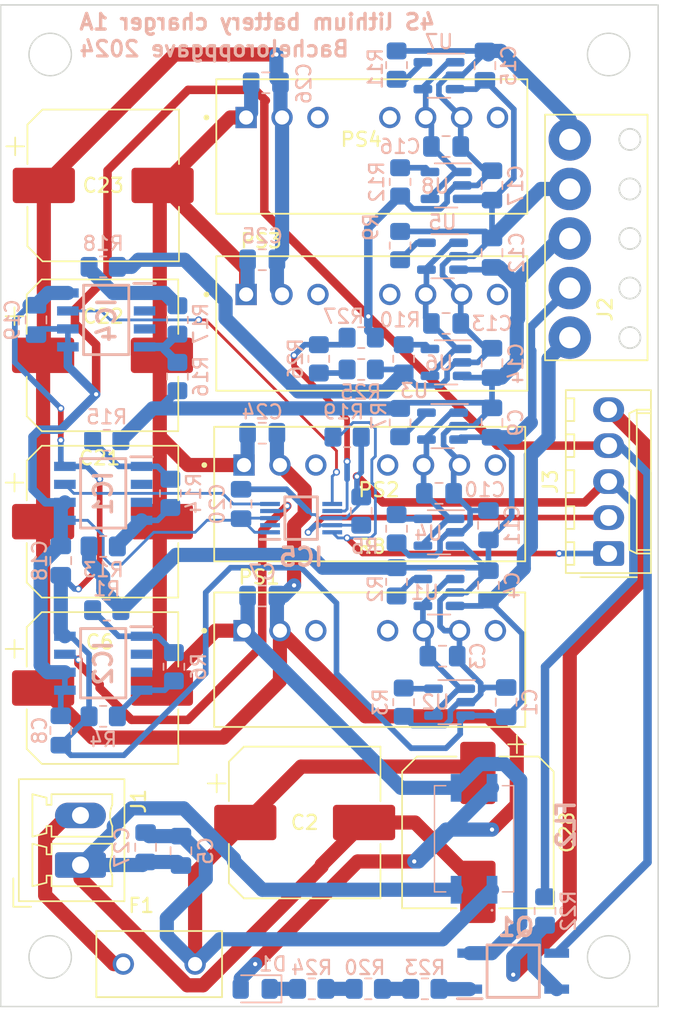
<source format=kicad_pcb>
(kicad_pcb (version 20221018) (generator pcbnew)
  (layers (0 "F.Cu" signal) (31 "B.Cu" signal) (34 "B.Paste" user) (35 "F.Paste" user) (36 "B.SilkS" user "B.Silkscreen") (37 "F.SilkS" user "F.Silkscreen") (38 "B.Mask" user) (39 "F.Mask" user) (44 "Edge.Cuts" user))
  (net 0 "")
  (net 1 "Net-(IC1-+VS)")
  (net 2 "Net-(J2-Pin_2)")
  (net 3 "Net-(C2-Pad1)")
  (net 4 "GND2")
  (net 5 "Net-(PS1-+VO)")
  (net 6 "Net-(D1-A)")
  (net 7 "Net-(PS1-GND)")
  (net 8 "GND")
  (net 9 "Net-(J2-Pin_3)")
  (net 10 "Net-(PS2-+VO)")
  (net 11 "Net-(J2-Pin_4)")
  (net 12 "Net-(PS3-+VO)")
  (net 13 "Net-(PS4-+VO)")
  (net 14 "Net-(IC5-VDD)")
  (net 15 "+24V")
  (net 16 "Net-(IC1--IN)")
  (net 19 "Net-(IC1-+IN)")
  (net 20 "Net-(IC1-VOUT)")
  (net 21 "Net-(IC2--IN)")
  (net 24 "Net-(IC2-+IN)")
  (net 25 "Net-(IC2-VOUT)")
  (net 26 "Net-(IC4--IN)")
  (net 29 "Net-(IC4-+IN)")
  (net 30 "Net-(IC4-VOUT)")
  (net 32 "Net-(IC5-AIN3)")
  (net 33 "Net-(IC5-SDA)")
  (net 34 "Net-(IC5-SCL)")
  (net 35 "Net-(Q1-ANODE)")
  (net 36 "Net-(J3-Pin_5)")
  (net 37 "Net-(U1-PROG)")
  (net 38 "Net-(U2-PROG)")
  (net 39 "Net-(U3-PROG)")
  (net 40 "Net-(U4-PROG)")
  (net 41 "Net-(U5-PROG)")
  (net 42 "Net-(U6-PROG)")
  (net 43 "Net-(U7-PROG)")
  (net 44 "Net-(U8-PROG)")
  (net 45 "Net-(R20-Pad1)")
  (net 46 "Net-(R20-Pad2)")
  (net 47 "Net-(D1-K)")
  (net 48 "Net-(R25-Pad2)")
  (footprint "Library:CONV_URB2405S-6WR3" (layer "F.Cu") (at 147.35 81.5)
    (fp_text reference "PS1")
    (fp_text value "URB2405S-6WR3")
  )
  (footprint "Library:FUSE_BK_PCE-5-R" (layer "F.Cu") (at 132.46 103)
    (fp_text reference "F1")
    (fp_text value "Fuse")
  )
  (footprint "Capacitor_SMD:CP_Elec_10x14.3" (layer "F.Cu") (at 128.45 71.75)
    (fp_text reference "C21")
    (fp_text value "330uFE")
  )
  (footprint "Library:CONV_URB2405S-6WR3" (layer "F.Cu") (at 147.5 57.75)
    (fp_text reference "PS3")
    (fp_text value "URB2405S-6WR3")
  )
  (footprint "Capacitor_SMD:CP_Elec_10x14.3" (layer "F.Cu") (at 155 93.7 -90)
    (fp_text reference "C28")
    (fp_text value "330uFE")
  )
  (footprint "Library:wire hole 6mm 5stk" (layer "F.Cu") (at 161.5 58.75)
    (fp_text reference "J2")
    (fp_text value "Batteri plug")
    (fp_circle (center 4.25 -14) (end 4.25 -14.75) (stroke (width 0.12)) (fill none) (layer "Edge.Cuts"))
    (fp_circle (center 4.25 -10.5) (end 4.25 -11.25) (stroke (width 0.12)) (fill none) (layer "Edge.Cuts"))
    (fp_circle (center 4.25 -7) (end 4.25 -7.75) (stroke (width 0.12)) (fill none) (layer "Edge.Cuts"))
    (fp_circle (center 4.25 -3.5) (end 4.25 -4.25) (stroke (width 0.12)) (fill none) (layer "Edge.Cuts"))
    (fp_circle (center 4.25 0) (end 4.25 -0.75) (stroke (width 0.12)) (fill none) (layer "Edge.Cuts"))
  )
  (footprint "Capacitor_SMD:CP_Elec_10x14.3" (layer "F.Cu") (at 128.45 83.5)
    (fp_text reference "C6")
    (fp_text value "330uFE")
  )
  (footprint "Capacitor_SMD:CP_Elec_10x14.3" (layer "F.Cu") (at 128.5 48)
    (fp_text reference "C23")
    (fp_text value "330uFE")
  )
  (footprint "Capacitor_SMD:CP_Elec_10x14.3" (layer "F.Cu") (at 128.45 60)
    (fp_text reference "C22")
    (fp_text value "330uFE")
  )
  (footprint "Capacitor_SMD:CP_Elec_10x14.3" (layer "F.Cu") (at 142.75 93)
    (fp_text reference "C2")
    (fp_text value "330uFE")
  )
  (footprint "Connector_Molex:Molex_KK-254_AE-6410-05A_1x05_P2.54mm_Vertical" (layer "F.Cu") (at 164.25 74 90)
    (fp_text reference "J3")
    (fp_text value "PI5")
  )
  (footprint "Library:CONV_URB2405S-6WR3" (layer "F.Cu") (at 147.5 45.25)
    (fp_text reference "PS4")
    (fp_text value "URB2405S-6WR3")
  )
  (footprint "Library:CONV_URB2405S-6WR3" (layer "F.Cu") (at 147.35 69.8)
    (fp_text reference "PS2")
    (fp_text value "URB2405S-6WR3")
  )
  (footprint "Connector_Phoenix_MC:PhoenixContact_MCV_1,5_2-G-3.5_1x02_P3.50mm_Vertical" (layer "F.Cu") (at 126.8925 96 90)
    (fp_text reference "J1")
    (fp_text value "Conn_01x02")
  )
  (footprint "Capacitor_SMD:C_0805_2012Metric_Pad1.18x1.45mm_HandSolder" (layer "B.Cu") (at 155.75 72 90)
    (fp_text reference "C11")
    (fp_text value "1uC")
  )
  (footprint "Package_TO_SOT_SMD:SOT-23-5" (layer "B.Cu") (at 152.5 65 180)
    (fp_text reference "U3")
    (fp_text value "MCP73812T-420I-OT")
  )
  (footprint "Capacitor_SMD:C_0805_2012Metric_Pad1.18x1.45mm_HandSolder" (layer "B.Cu") (at 155.5 39.5375 90)
    (fp_text reference "C15")
    (fp_text value "1uC")
  )
  (footprint "Capacitor_SMD:C_0805_2012Metric_Pad1.18x1.45mm_HandSolder" (layer "B.Cu") (at 139.75 65.5 180)
    (fp_text reference "C24")
    (fp_text value "10uC")
  )
  (footprint "Resistor_SMD:R_0805_2012Metric_Pad1.20x1.40mm_HandSolder" (layer "B.Cu") (at 128.75 78 180)
    (fp_text reference "R1")
    (fp_text value "1kR")
  )
  (footprint "Resistor_SMD:R_0805_2012Metric_Pad1.20x1.40mm_HandSolder" (layer "B.Cu") (at 145.75 65.75 180)
    (fp_text reference "R19")
    (fp_text value "10kR")
  )
  (footprint "Capacitor_SMD:C_0805_2012Metric_Pad1.18x1.45mm_HandSolder" (layer "B.Cu") (at 152.75 57.75)
    (fp_text reference "C13")
    (fp_text value "22uC")
  )
  (footprint "Capacitor_SMD:C_0805_2012Metric_Pad1.18x1.45mm_HandSolder" (layer "B.Cu") (at 152.25 69.75)
    (fp_text reference "C10")
    (fp_text value "22uC")
  )
  (footprint "Capacitor_SMD:C_0805_2012Metric_Pad1.18x1.45mm_HandSolder" (layer "B.Cu") (at 156 64.75 90)
    (fp_text reference "C9")
    (fp_text value "1uC")
  )
  (footprint "Package_TO_SOT_SMD:SOT-23-5" (layer "B.Cu") (at 152.25 40.25 180)
    (fp_text reference "U7")
    (fp_text value "MCP73812T-420I-OT")
  )
  (footprint "Capacitor_SMD:C_0805_2012Metric_Pad1.18x1.45mm_HandSolder" (layer "B.Cu") (at 152.5 81.25)
    (fp_text reference "C3")
    (fp_text value "22uC")
  )
  (footprint "Resistor_SMD:R_0805_2012Metric_Pad1.20x1.40mm_HandSolder" (layer "B.Cu") (at 133.75 57.5 90)
    (fp_text reference "R17")
    (fp_text value "10kR")
  )
  (footprint "Resistor_SMD:R_0805_2012Metric_Pad1.20x1.40mm_HandSolder" (layer "B.Cu") (at 149.25 76 90)
    (fp_text reference "R2")
    (fp_text value "2kR")
  )
  (footprint "Resistor_SMD:R_0805_2012Metric_Pad1.20x1.40mm_HandSolder" (layer "B.Cu") (at 133.25 69.75 90)
    (fp_text reference "R14")
    (fp_text value "10kR")
  )
  (footprint "Resistor_SMD:R_0805_2012Metric_Pad1.20x1.40mm_HandSolder" (layer "B.Cu") (at 128.5 73.5)
    (fp_text reference "R13")
    (fp_text value "39kR")
  )
  (footprint "Capacitor_SMD:C_0805_2012Metric_Pad1.18x1.45mm_HandSolder" (layer "B.Cu") (at 155.75 76.25 90)
    (fp_text reference "C4")
    (fp_text value "1uC")
  )
  (footprint "Package_TO_SOT_SMD:SOT-23-5" (layer "B.Cu") (at 152.5 53 180)
    (fp_text reference "U5")
    (fp_text value "MCP73812T-420I-OT")
  )
  (footprint "Capacitor_SMD:C_0805_2012Metric_Pad1.18x1.45mm_HandSolder" (layer "B.Cu") (at 157 84.5 90)
    (fp_text reference "C1")
    (fp_text value "1uC")
  )
  (footprint "Resistor_SMD:R_0805_2012Metric_Pad1.20x1.40mm_HandSolder" (layer "B.Cu") (at 146.75 61 180)
    (fp_text reference "R25")
    (fp_text value "R39k")
  )
  (footprint "Resistor_SMD:R_0805_2012Metric_Pad1.20x1.40mm_HandSolder" (layer "B.Cu") (at 133.75 61.5 90)
    (fp_text reference "R16")
    (fp_text value "39kR")
  )
  (footprint "Library:SOP254P675X240-4N" (layer "B.Cu") (at 157.5 103.5)
    (fp_text reference "Q1")
    (fp_text value "HCPL-181-00DE" hide)
  )
  (footprint "Library:SOIC127P600X175-8N" (layer "B.Cu") (at 128.5 69.75 180)
    (fp_text reference "IC1")
    (fp_text value "INA826AID" hide)
  )
  (footprint "Library:SOIC127P600X175-8N" (layer "B.Cu") (at 128.712 57.5 180)
    (fp_text reference "IC4")
    (fp_text value "INA826AID" hide)
  )
  (footprint "Capacitor_SMD:C_0805_2012Metric_Pad1.18x1.45mm_HandSolder" (layer "B.Cu") (at 125.5 86.5 90)
    (fp_text reference "C8")
    (fp_text value "100nC")
  )
  (footprint "Resistor_SMD:R_0805_2012Metric_Pad1.20x1.40mm_HandSolder" (layer "B.Cu") (at 128.5 53.75 180)
    (fp_text reference "R18")
    (fp_text value "1kR")
  )
  (footprint "Resistor_SMD:R_0805_2012Metric_Pad1.20x1.40mm_HandSolder" (layer "B.Cu") (at 149.5 64.75 90)
    (fp_text reference "R7")
    (fp_text value "2kR")
  )
  (footprint "Resistor_SMD:R_0805_2012Metric_Pad1.20x1.40mm_HandSolder" (layer "B.Cu") (at 149.25 72.25 -90)
    (fp_text reference "R8")
    (fp_text value "2kR")
  )
  (footprint "Resistor_SMD:R_0805_2012Metric_Pad1.20x1.40mm_HandSolder" (layer "B.Cu") (at 147.25 104.75)
    (fp_text reference "R20")
    (fp_text value "2kR")
  )
  (footprint "Capacitor_SMD:C_0805_2012Metric_Pad1.18x1.45mm_HandSolder" (layer "B.Cu") (at 156 48 90)
    (fp_text reference "C17")
    (fp_text value "1uC")
  )
  (footprint "Capacitor_SMD:C_0805_2012Metric_Pad1.18x1.45mm_HandSolder" (layer "B.Cu") (at 138.25 70.5 -90)
    (fp_text reference "C20")
    (fp_text value "100nC")
  )
  (footprint "Capacitor_SMD:C_0805_2012Metric_Pad1.18x1.45mm_HandSolder" (layer "B.Cu") (at 140 40.75 180)
    (fp_text reference "C26")
    (fp_text value "10uC")
  )
  (footprint "Library:SOIC127P600X175-8N" (layer "B.Cu") (at 128.5 81.75 180)
    (fp_text reference "IC2")
    (fp_text value "INA826AID" hide)
  )
  (footprint "Capacitor_SMD:C_0805_2012Metric_Pad1.18x1.45mm_HandSolder" (layer "B.Cu") (at 152.75 45.25)
    (fp_text reference "C16")
    (fp_text value "22uC")
  )
  (footprint "Resistor_SMD:R_0805_2012Metric_Pad1.20x1.40mm_HandSolder" (layer "B.Cu") (at 149.25 39.5 90)
    (fp_text reference "R11")
    (fp_text value "2kR")
  )
  (footprint "Resistor_SMD:R_0805_2012Metric_Pad1.20x1.40mm_HandSolder" (layer "B.Cu") (at 149.5 47.75 -90)
    (fp_text reference "R12")
    (fp_text value "2kR")
  )
  (footprint "Capacitor_SMD:C_0805_2012Metric_Pad1.18x1.45mm_HandSolder" (layer "B.Cu") (at 123.75 57.5 -90)
    (fp_text reference "C19")
    (fp_text value "100nC")
  )
  (footprint "Capacitor_SMD:C_0805_2012Metric_Pad1.18x1.45mm_HandSolder" (layer "B.Cu") (at 131.5 94.75 -90)
    (fp_text reference "C27")
    (fp_text value "10uC")
  )
  (footprint "Package_TO_SOT_SMD:SOT-23-5" (layer "B.Cu") (at 153 84.5 180)
    (fp_text reference "U2")
    (fp_text value "MCP73812T-420I-OT")
  )
  (footprint "Resistor_SMD:R_0805_2012Metric_Pad1.20x1.40mm_HandSolder" (layer "B.Cu") (at 128.75 66 180)
    (fp_text reference "R15")
    (fp_text value "1kR")
  )
  (footprint "Resistor_SMD:R_0805_2012Metric_Pad1.20x1.40mm_HandSolder" (layer "B.Cu") (at 149.5 52.25 90)
    (fp_text reference "R9")
    (fp_text value "2kR")
  )
  (footprint "Resistor_SMD:R_0805_2012Metric_Pad1.20x1.40mm_HandSolder" (layer "B.Cu") (at 143.25 104.75)
    (fp_text reference "R24")
    (fp_text value "2kR")
  )
  (footprint "Capacitor_SMD:C_0805_2012Metric_Pad1.18x1.45mm_HandSolder" (layer "B.Cu") (at 125.5 74.5 90)
    (fp_text reference "C18")
    (fp_text value "100nC")
  )
  (footprint "Resistor_SMD:R_0805_2012Metric_Pad1.20x1.40mm_HandSolder" (layer "B.Cu") (at 146.75 71 -90)
    (fp_text reference "R5")
    (fp_text value "10kR")
  )
  (footprint "Capacitor_SMD:C_0805_2012Metric_Pad1.18x1.45mm_HandSolder" (layer "B.Cu") (at 139.75 77 180)
    (fp_text reference "C7")
    (fp_text value "10uC")
  )
  (footprint "Resistor_SMD:R_0805_2012Metric_Pad1.20x1.40mm_HandSolder" (layer "B.Cu") (at 133.5 82 90)
    (fp_text reference "R6")
    (fp_text value "10kR")
  )
  (footprint "Package_TO_SOT_SMD:SOT-23-5" (layer "B.Cu") (at 152.75 60.5 180)
    (fp_text reference "U6")
    (fp_text value "MCP73812T-420I-OT" hide)
  )
  (footprint "Library:DFT7160475BLC" (layer "B.Cu") (at 154.73 94.15 90)
    (fp_text reference "FL2")
    (fp_text value "DFT7160-475BLC" hide)
  )
  (footprint "Capacitor_SMD:C_0805_2012Metric_Pad1.18x1.45mm_HandSolder" (layer "B.Cu") (at 156 52.75 90)
    (fp_text reference "C12")
    (fp_text value "1uC")
  )
  (footprint "LED_SMD:LED_0805_2012Metric_Pad1.15x1.40mm_HandSolder" (layer "B.Cu") (at 139.25 104.75 180)
    (fp_text reference "D1")
    (fp_text value "LED")
  )
  (footprint "Resistor_SMD:R_0805_2012Metric_Pad1.20x1.40mm_HandSolder" (layer "B.Cu") (at 159.75 99.25 90)
    (fp_text reference "R22")
    (fp_text value "100kR")
  )
  (footprint "Library:SOP50P490X110-10N" (layer "B.Cu") (at 142.5 71.5)
    (fp_text reference "IC5")
    (fp_text value "ADS1015IDGST" hide)
  )
  (footprint "Resistor_SMD:R_0805_2012Metric_Pad1.20x1.40mm_HandSolder" (layer "B.Cu") (at 128.5 85.5)
    (fp_text reference "R4")
    (fp_text value "39kR")
  )
  (footprint "Resistor_SMD:R_0805_2012Metric_Pad1.20x1.40mm_HandSolder" (layer "B.Cu") (at 143.75 60.25 -90)
    (fp_text reference "R26")
    (fp_text value "1kR")
  )
  (footprint "Resistor_SMD:R_0805_2012Metric_Pad1.20x1.40mm_HandSolder" (layer "B.Cu") (at 149.75 84.5 -90)
    (fp_text reference "R3")
    (fp_text value "2kR")
  )
  (footprint "Capacitor_SMD:C_0805_2012Metric_Pad1.18x1.45mm_HandSolder" (layer "B.Cu") (at 134 95 -90)
    (fp_text reference "C5")
    (fp_text value "10uC")
  )
  (footprint "Package_TO_SOT_SMD:SOT-23-5" (layer "B.Cu") (at 152.25 76.75 180)
    (fp_text reference "U1")
    (fp_text value "MCP73812T-420I-OT")
  )
  (footprint "Resistor_SMD:R_0805_2012Metric_Pad1.20x1.40mm_HandSolder" (layer "B.Cu") (at 149.75 60.25 -90)
    (fp_text reference "R10")
    (fp_text value "2kR")
  )
  (footprint "Resistor_SMD:R_0805_2012Metric_Pad1.20x1.40mm_HandSolder" (layer "B.Cu") (at 146.75 58.75)
    (fp_text reference "R27")
    (fp_text value "R10k")
  )
  (footprint "Package_TO_SOT_SMD:SOT-23-5" (layer "B.Cu") (at 152.75 48 180)
    (fp_text reference "U8")
    (fp_text value "MCP73812T-420I-OT")
  )
  (footprint "Package_TO_SOT_SMD:SOT-23-5" (layer "B.Cu") (at 152.25 72.5 180)
    (fp_text reference "U4")
    (fp_text value "MCP73812T-420I-OT")
  )
  (footprint "Capacitor_SMD:C_0805_2012Metric_Pad1.18x1.45mm_HandSolder" (layer "B.Cu") (at 156 60.5375 90)
    (fp_text reference "C14")
    (fp_text value "1uC")
  )
  (footprint "Capacitor_SMD:C_0805_2012Metric_Pad1.18x1.45mm_HandSolder" (layer "B.Cu") (at 139.75 53.25 180)
    (fp_text reference "C25")
    (fp_text value "10uC")
  )
  (footprint "Resistor_SMD:R_0805_2012Metric_Pad1.20x1.40mm_HandSolder" (layer "B.Cu") (at 151.25 104.75)
    (fp_text reference "R23")
    (fp_text value "2kR")
  )
  (gr_circle (center 124.75 38.75) (end 126.25 38.75) (stroke (width 0.1)) (fill none) (layer "Edge.Cuts"))
  (gr_circle (center 164.25 38.75) (end 165.75 38.75) (stroke (width 0.1)) (fill none) (layer "Edge.Cuts"))
  (gr_rect (start 121.25 35.25) (end 167.75 106) (stroke (width 0.1)) (fill none) (layer "Edge.Cuts"))
  (gr_circle (center 164.25 102.5) (end 165.75 102.5) (stroke (width 0.1)) (fill none) (layer "Edge.Cuts"))
  (gr_circle (center 124.75 102.5) (end 126.25 102.5) (stroke (width 0.1)) (fill none) (layer "Edge.Cuts"))
  (gr_text "Bacheloroppgave 2024" (at 146 39) (layer "B.SilkS") (effects (font (size 1.1 1.1) (thickness 0.22) bold) (justify left bottom mirror)))
  (gr_text "4S lithium battery charger 1A" (at 152.1 37.1) (layer "B.SilkS") (effects (font (size 1.1 1.1) (thickness 0.24) bold) (justify left bottom mirror)))
  (segment (start 125.5 63.75) (end 125.5 66) (width 0.4) (layer "F.Cu") (net 1))
  (segment (start 128.25 75) (end 126.75 76.5) (width 0.4) (layer "F.Cu") (net 1))
  (segment (start 128.25 68.75) (end 128.25 75) (width 0.4) (layer "F.Cu") (net 1))
  (via (at 128.25 68.75) (size 0.5) (drill 0.3) (layers "F.Cu" "B.Cu") (net 1))
  (via (at 126.75 76.5) (size 0.5) (drill 0.3) (layers "F.Cu" "B.Cu") (net 1))
  (via (at 125.5 66) (size 0.5) (drill 0.3) (layers "F.Cu" "B.Cu") (net 1))
  (via (at 125.5 63.75) (size 0.5) (drill 0.3) (layers "F.Cu" "B.Cu") (net 1))
  (segment (start 154.1375 85.45) (end 154.1375 85.463845) (width 0.4) (layer "B.Cu") (net 1))
  (segment (start 152.75 87.75) (end 150.280761 87.75) (width 0.4) (layer "B.Cu") (net 1))
  (segment (start 125.5 87.5) (end 127.5 85.5) (width 0.4) (layer "B.Cu") (net 1))
  (segment (start 155.75 77.2875) (end 158.125 79.6625) (width 0.4) (layer "B.Cu") (net 1))
  (segment (start 122.25 57.5) (end 122.25 60.5) (width 0.4) (layer "B.Cu") (net 1))
  (segment (start 124.6175 55.595) (end 126 55.595) (width 1) (layer "B.Cu") (net 1))
  (segment (start 156.9125 85.45) (end 157 85.5375) (width 0.4) (layer "B.Cu") (net 1))
  (segment (start 125.5 79.557) (end 125.788 79.845) (width 1) (layer "B.Cu") (net 1))
  (segment (start 154.1375 85.45) (end 156.9125 85.45) (width 0.4) (layer "B.Cu") (net 1))
  (segment (start 135.75 76.75) (end 135.75 82.469239) (width 0.4) (layer "B.Cu") (net 1))
  (segment (start 123.75 56.4625) (end 123.2875 56.4625) (width 1) (layer "B.Cu") (net 1))
  (segment (start 160 60.25) (end 160 65.794) (width 1) (layer "B.Cu") (net 1))
  (segment (start 158.25 74) (end 158.25 75.060292) (width 1) (layer "B.Cu") (net 1))
  (segment (start 161.5 58.75) (end 160 60.25) (width 1) (layer "B.Cu") (net 1))
  (segment (start 135.75 82.469239) (end 129.969239 88.25) (width 0.4) (layer "B.Cu") (net 1))
  (segment (start 154.1375 85.463845) (end 153.75 85.851345) (width 0.4) (layer "B.Cu") (net 1))
  (segment (start 127.5 85.5) (end 127.5 81.1195) (width 0.4) (layer "B.Cu") (net 1))
  (segment (start 145 77.5) (end 142.5 75) (width 0.4) (layer "B.Cu") (net 1))
  (segment (start 158.25 75.060292) (end 156.022792 77.2875) (width 1) (layer "B.Cu") (net 1))
  (segment (start 126.4625 76.5) (end 125.5 75.5375) (width 0.4) (layer "B.Cu") (net 1))
  (segment (start 142.5 75) (end 137.5 75) (width 0.4) (layer "B.Cu") (net 1))
  (segment (start 156.022792 77.2875) (end 155.75 77.2875) (width 1) (layer "B.Cu") (net 1))
  (segment (start 122.25 60.5) (end 125.5 63.75) (width 0.4) (layer "B.Cu") (net 1))
  (segment (start 155.75 77.2875) (end 155.7875 77.25) (width 0.4) (layer "B.Cu") (net 1))
  (segment (start 125.5 66) (end 125.5 67.557) (width 0.4) (layer "B.Cu") (net 1))
  (segment (start 125.788 67.845) (end 127.345 67.845) (width 0.4) (layer "B.Cu") (net 1))
  (segment (start 150.280761 87.75) (end 145 82.469239) (width 0.4) (layer "B.Cu") (net 1))
  (segment (start 123.75 56.4625) (end 124.6175 55.595) (width 1) (layer "B.Cu") (net 1))
  (segment (start 125.5 87.5375) (end 125.5 87.5) (width 0.4) (layer "B.Cu") (net 1))
  (segment (start 125.5 75.5375) (end 125.5 79.557) (width 1) (layer "B.Cu") (net 1))
  (segment (start 158.75 73.5) (end 158.25 74) (width 1) (layer "B.Cu") (net 1))
  (segment (start 153.75 85.851345) (end 153.75 86.75) (width 0.4) (layer "B.Cu") (net 1))
  (segment (start 123.2875 56.4625) (end 122.25 57.5) (width 0.4) (layer "B.Cu") (net 1))
  (segment (start 126.2255 79.845) (end 125.788 79.845) (width 0.4) (layer "B.Cu") (net 1))
  (segment (start 127.345 67.845) (end 128.25 68.75) (width 0.4) (layer "B.Cu") (net 1))
  (segment (start 137.5 75) (end 135.75 76.75) (width 0.4) (layer "B.Cu") (net 1))
  (segment (start 158.75 67.044) (end 158.75 73.5) (width 1) (layer "B.Cu") (net 1))
  (segment (start 145 82.469239) (end 145 77.5) (width 0.4) (layer "B.Cu") (net 1))
  (segment (start 160 65.794) (end 158.75 67.044) (width 1) (layer "B.Cu") (net 1))
  (segment (start 158.125 84.4125) (end 157 85.5375) (width 0.4) (layer "B.Cu") (net 1))
  (segment (start 126.2125 88.25) (end 125.5 87.5375) (width 0.4) (layer "B.Cu") (net 1))
  (segment (start 155.3375 77.7) (end 155.75 77.2875) (width 0.4) (layer "B.Cu") (net 1))
  (segment (start 158.125 79.6625) (end 158.125 84.4125) (width 0.4) (layer "B.Cu") (net 1))
  (segment (start 153.3875 77.7) (end 155.3375 77.7) (width 0.4) (layer "B.Cu") (net 1))
  (segment (start 125.5 67.557) (end 125.788 67.845) (width 0.4) (layer "B.Cu") (net 1))
  (segment (start 126.75 76.5) (end 126.4625 76.5) (width 0.4) (layer "B.Cu") (net 1))
  (segment (start 129.969239 88.25) (end 126.2125 88.25) (width 0.4) (layer "B.Cu") (net 1))
  (segment (start 153.75 86.75) (end 152.75 87.75) (width 0.4) (layer "B.Cu") (net 1))
  (segment (start 127.5 81.1195) (end 126.2255 79.845) (width 0.4) (layer "B.Cu") (net 1))
  (segment (start 155.4875 83.4625) (end 155.2 83.75) (width 0.4) (layer "B.Cu") (net 2))
  (segment (start 127.5 73.5) (end 127.5 74.606497) (width 1) (layer "B.Cu") (net 2))
  (segment (start 154.627817 84.5) (end 154.1375 84.5) (width 0.4) (layer "B.Cu") (net 2))
  (segment (start 158.75 59.578428) (end 158.844 59.672428) (width 0.6) (layer "B.Cu") (net 2))
  (segment (start 127.5 74.606497) (end 128.5 75.606497) (width 1) (layer "B.Cu") (net 2))
  (segment (start 152.633683 79.45) (end 152.325 79.141317) (width 0.4) (layer "B.Cu") (net 2))
  (segment (start 158.844 59.672428) (end 158.844 64.656) (width 0.6) (layer "B.Cu") (net 2))
  (segment (start 128.5 76.606497) (end 129.75 77.856497) (width 1) (layer "B.Cu") (net 2))
  (segment (start 129.75 77.856497) (end 129.75 78) (width 1) (layer "B.Cu") (net 2))
  (segment (start 152.325 79.141317) (end 152.325 77.322183) (width 0.4) (layer "B.Cu") (net 2))
  (segment (start 161.5 55.25) (end 158.75 58) (width 0.6) (layer "B.Cu") (net 2))
  (segment (start 153.047183 85.777817) (end 153.047183 85.1) (width 0.4) (layer "B.Cu") (net 2))
  (segment (start 158.844 64.656) (end 158.75 64.75) (width 0.6) (layer "B.Cu") (net 2))
  (segment (start 157 83.4625) (end 155.4875 83.4625) (width 0.4) (layer "B.Cu") (net 2))
  (segment (start 155.75 73.0375) (end 155.75 75.2125) (width 0.4) (layer "B.Cu") (net 2))
  (segment (start 156 65.7875) (end 157.394 67.1815) (width 0.4) (layer "B.Cu") (net 2))
  (segment (start 153.7 80.8375) (end 153.5375 81) (width 0.4) (layer "B.Cu") (net 2))
  (segment (start 155.2 83.172183) (end 155.2 83.75) (width 0.4) (layer "B.Cu") (net 2))
  (segment (start 154.65 84.5) (end 154.1375 84.5) (width 0.4) (layer "B.Cu") (net 2))
  (segment (start 153.3875 73.45) (end 153.9875 73.45) (width 0.4) (layer "B.Cu") (net 2))
  (segment (start 153.647183 84.5) (end 154.1375 84.5) (width 0.4) (layer "B.Cu") (net 2))
  (segment (start 157.394 67.1815) (end 157.394 71.3935) (width 0.4) (layer "B.Cu") (net 2))
  (segment (start 144.022792 75) (end 149.25 75) (width 1) (layer "B.Cu") (net 2))
  (segment (start 157.7125 65.7875) (end 156 65.7875) (width 1) (layer "B.Cu") (net 2))
  (segment (start 157.394 71.3935) (end 155.75 73.0375) (width 0.4) (layer "B.Cu") (net 2))
  (segment (start 155.2 83.927817) (end 154.627817 84.5) (width 0.4) (layer "B.Cu") (net 2))
  (segment (start 158.75 58) (end 158.75 59.578428) (width 0.6) (layer "B.Cu") (net 2))
  (segment (start 152.675 86.15) (end 153.047183 85.777817) (width 0.4) (layer "B.Cu") (net 2))
  (segment (start 153.047183 85.1) (end 153.647183 84.5) (width 0.4) (layer "B.Cu") (net 2))
  (segment (start 153.003249 76.75) (end 153.3875 76.75) (width 0.25) (layer "B.Cu") (net 2))
  (segment (start 133.65 74.1) (end 143.122792 74.1) (width 1) (layer "B.Cu") (net 2))
  (segment (start 129.75 78) (end 133.65 74.1) (width 1) (layer "B.Cu") (net 2))
  (segment (start 150.4 86.15) (end 152.675 86.15) (width 0.4) (layer "B.Cu") (net 2))
  (segment (start 149.75 85.5) (end 150.4 86.15) (width 0.4) (layer "B.Cu") (net 2))
  (segment (start 153.7 79.45) (end 153.7 80.8375) (width 0.4) (layer "B.Cu") (net 2))
  (segment (start 154.2125 76.75) (end 153.3875 76.75) (width 0.4) (layer "B.Cu") (net 2))
  (segment (start 155.75 75.2125) (end 154.2125 76.75) (width 0.4) (layer "B.Cu") (net 2))
  (segment (start 152.897183 76.75) (end 153.3875 76.75) (width 0.4) (layer "B.Cu") (net 2))
  (segment (start 153.9875 73.45) (end 155.75 75.2125) (width 0.4) (layer "B.Cu") (net 2))
  (segment (start 128.5 75.606497) (end 128.5 76.606497) (width 1) (layer "B.Cu") (net 2))
  (segment (start 156 65.7875) (end 153.8 65.7875) (width 0.4) (layer "B.Cu") (net 2))
  (segment (start 152.325 77.322183) (end 152.897183 76.75) (width 0.4) (layer "B.Cu") (net 2))
  (segment (start 143.122792 74.1) (end 144.022792 75) (width 1) (layer "B.Cu") (net 2))
  (segment (start 153.8 65.7875) (end 153.6375 65.95) (width 0.4) (layer "B.Cu") (net 2))
  (segment (start 155.75 75.2125) (end 155.5375 75) (width 0.4) (layer "B.Cu") (net 2))
  (segment (start 155.2 83.75) (end 155.2 83.927817) (width 0.4) (layer "B.Cu") (net 2))
  (segment (start 155.5375 75) (end 149.25 75) (width 0.4) (layer "B.Cu") (net 2))
  (segment (start 153.5375 81.509683) (end 155.2 83.172183) (width 0.4) (layer "B.Cu") (net 2))
  (segment (start 158.75 64.75) (end 157.7125 65.7875) (width 1) (layer "B.Cu") (net 2))
  (segment (start 153.7 79.45) (end 152.633683 79.45) (width 0.4) (layer "B.Cu") (net 2))
  (segment (start 142.5 89.05) (end 154.55 89.05) (width 1) (layer "F.Cu") (net 3))
  (segment (start 138.55 93) (end 142.5 89.05) (width 1) (layer "F.Cu") (net 3))
  (segment (start 138.55 93) (end 135 96.55) (width 1) (layer "F.Cu") (net 3))
  (segment (start 135 96.55) (end 135 103) (width 1) (layer "F.Cu") (net 3))
  (segment (start 154.55 89.05) (end 155 89.5) (width 1) (layer "F.Cu") (net 3))
  (segment (start 133 99.75) (end 135.754 96.996) (width 1) (layer "B.Cu") (net 3))
  (segment (start 134 93.9625) (end 131.75 93.9625) (width 1) (layer "B.Cu") (net 3))
  (segment (start 135.754 95.635497) (end 134.081003 93.9625) (width 1) (layer "B.Cu") (net 3))
  (segment (start 135.754 96.996) (end 135.754 95.635497) (width 1) (layer "B.Cu") (net 3))
  (segment (start 133 101) (end 133 99.75) (width 1) (layer "B.Cu") (net 3))
  (segment (start 135 103) (end 133 101) (width 1) (layer "B.Cu") (net 3))
  (segment (start 136.75 101.25) (end 152.5 101.25) (width 1) (layer "B.Cu") (net 3))
  (segment (start 135 103) (end 136.75 101.25) (width 1) (layer "B.Cu") (net 3))
  (segment (start 134.081003 93.9625) (end 134 93.9625) (width 1) (layer "B.Cu") (net 3))
  (segment (start 131.75 93.9625) (end 131.5 93.7125) (width 1) (layer "B.Cu") (net 3))
  (segment (start 152.5 101.25) (end 156 97.75) (width 1) (layer "B.Cu") (net 3))
  (segment (start 143.95 96) (end 146.95 93) (width 1) (layer "F.Cu") (net 4))
  (segment (start 146.95 93) (end 150.55 93) (width 1) (layer "F.Cu") (net 4))
  (segment (start 134.443733 104.5) (end 135.556267 104.5) (width 1) (layer "F.Cu") (net 4))
  (segment (start 126.8925 96.948767) (end 134.443733 104.5) (width 1) (layer "F.Cu") (net 4))
  (segment (start 155 97.45) (end 155 97.9) (width 1) (layer "F.Cu") (net 4))
  (segment (start 135.556267 104.5) (end 143.95 96.106267) (width 1) (layer "F.Cu") (net 4))
  (segment (start 126.8925 96) (end 126.8925 96.948767) (width 1) (layer "F.Cu") (net 4))
  (segment (start 150.55 93) (end 155 97.45) (width 1) (layer "F.Cu") (net 4))
  (segment (start 143.95 96.106267) (end 143.95 96) (width 1) (layer "F.Cu") (net 4))
  (segment (start 131.5 95.7875) (end 133.75 95.7875) (width 1) (layer "B.Cu") (net 4))
  (segment (start 131.2875 96) (end 131.5 95.7875) (width 1) (layer "B.Cu") (net 4))
  (segment (start 137.75 95.556497) (end 134.193503 92) (width 1) (layer "B.Cu") (net 4))
  (segment (start 129.25 93.6425) (end 126.8925 96) (width 1) (layer "B.Cu") (net 4))
  (segment (start 134.193503 92) (end 130.5 92) (width 1) (layer "B.Cu") (net 4))
  (segment (start 139.75 97.75) (end 137.75 95.75) (width 1) (layer "B.Cu") (net 4))
  (segment (start 129.25 93.25) (end 129.25 93.6425) (width 1) (layer "B.Cu") (net 4))
  (segment (start 129.25 96) (end 131.2875 96) (width 1) (layer "B.Cu") (net 4))
  (segment (start 126.8925 96) (end 129.25 96) (width 1) (layer "B.Cu") (net 4))
  (segment (start 130.5 92) (end 129.25 93.25) (width 1) (layer "B.Cu") (net 4))
  (segment (start 137.75 95.75) (end 137.75 95.556497) (width 1) (layer "B.Cu") (net 4))
  (segment (start 153.46 97.75) (end 139.75 97.75) (width 1) (layer "B.Cu") (net 4))
  (segment (start 133.75 95.7875) (end 134 96.0375) (width 1) (layer "B.Cu") (net 4))
  (segment (start 153.7625 83.55) (end 151.4625 81.25) (width 0.4) (layer "B.Cu") (net 5))
  (segment (start 151.1125 77.7) (end 151.1125 79.4025) (width 0.4) (layer "B.Cu") (net 5))
  (segment (start 153.647183 83.55) (end 154.1375 83.55) (width 0.4) (layer "B.Cu") (net 5))
  (segment (start 151.1125 77.7) (end 151.1125 77.584683) (width 0.4) (layer "B.Cu") (net 5))
  (segment (start 151.1125 77.584683) (end 152.897183 75.8) (width 0.4) (layer "B.Cu") (net 5))
  (segment (start 151.1125 79.4025) (end 151.16 79.45) (width 0.4) (layer "B.Cu") (net 5))
  (segment (start 151.4625 79.7525) (end 151.16 79.45) (width 0.4) (layer "B.Cu") (net 5))
  (segment (start 152.897183 75.8) (end 153.3875 75.8) (width 0.4) (layer "B.Cu") (net 5))
  (segment (start 151.4625 81.25) (end 151.4625 79.7525) (width 0.4) (layer "B.Cu") (net 5))
  (segment (start 151.8625 85.45) (end 151.8625 85.334683) (width 0.4) (layer "B.Cu") (net 5))
  (segment (start 154.1375 83.55) (end 153.7625 83.55) (width 0.4) (layer "B.Cu") (net 5))
  (segment (start 151.8625 85.334683) (end 153.647183 83.55) (width 0.4) (layer "B.Cu") (net 5))
  (segment (start 124.25 60) (end 124.25 71.75) (width 1) (layer "F.Cu") (net 6))
  (segment (start 127.75 87) (end 137 87) (width 1) (layer "F.Cu") (net 6))
  (segment (start 139.25 103) (end 146.5 95.75) (width 1) (layer "F.Cu") (net 6))
  (segment (start 147.05 85.5) (end 155.743503 85.5) (width 1) (layer "F.Cu") (net 6))
  (segment (start 141 83) (end 141 79.45) (width 1) (layer "F.Cu") (net 6))
  (segment (start 124.25 71.75) (end 124.25 83.5) (width 1) (layer "F.Cu") (net 6))
  (segment (start 157.75 87.506497) (end 157.75 91.75) (width 1) (layer "F.Cu") (net 6))
  (segment (start 124.3 48) (end 133.55 38.75) (width 1) (layer "F.Cu") (net 6))
  (segment (start 155.743503 85.5) (end 157.75 87.506497) (width 1) (layer "F.Cu") (net 6))
  (segment (start 142 72) (end 142.75 71.25) (width 1) (layer "F.Cu") (net 6))
  (segment (start 124.3 48) (end 124.3 59.95) (width 1) (layer "F.Cu") (net 6))
  (segment (start 150.5 95.75) (end 146.5 95.75) (width 1) (layer "F.Cu") (net 6))
  (segment (start 142.75 69.5) (end 141 67.75) (width 1) (layer "F.Cu") (net 6))
  (segment (start 157.75 91.75) (end 156 93.5) (width 1) (layer "F.Cu") (net 6))
  (segment (start 141 79.45) (end 147.05 85.5) (width 1) (layer "F.Cu") (net 6))
  (segment (start 124.3 59.95) (end 124.25 60) (width 1) (layer "F.Cu") (net 6))
  (segment (start 124.25 83.5) (end 127.75 87) (width 1) (layer "F.Cu") (net 6))
  (segment (start 133.55 38.75) (end 140.75 38.75) (width 1) (layer "F.Cu") (net 6))
  (segment (start 142.75 71.25) (end 142.75 69.5) (width 1) (layer "F.Cu") (net 6))
  (segment (start 137 87) (end 141 83) (width 1) (layer "F.Cu") (net 6))
  (segment (start 142 76.25) (end 142 72) (width 1) (layer "F.Cu") (net 6))
  (via (at 140.75 38.75) (size 0.5) (drill 0.3) (layers "F.Cu" "B.Cu") (net 6))
  (via (at 156 93.5) (size 0.5) (drill 0.3) (layers "F.Cu" "B.Cu") (net 6))
  (via (at 150.5 95.75) (size 0.5) (drill 0.3) (layers "F.Cu" "B.Cu") (net 6))
  (via (at 142 76.25) (size 0.5) (drill 0.3) (layers "F.Cu" "B.Cu") (net 6))
  (via (at 139.25 103) (size 0.5) (drill 0.3) (layers "F.Cu" "B.Cu") (net 6))
  (segment (start 140.7875 77) (end 140.7875 79.2375) (width 1) (layer "B.Cu") (net 6))
  (segment (start 138.225 104.75) (end 138.225 104.025) (width 1) (layer "B.Cu") (net 6))
  (segment (start 140.7875 67.5375) (end 141 67.75) (width 1) (layer "B.Cu") (net 6))
  (segment (start 150.8 95.75) (end 156 90.55) (width 1) (layer "B.Cu") (net 6))
  (segment (start 141.0375 43.0875) (end 141.15 43.2) (width 1) (layer "B.Cu") (net 6))
  (segment (start 150.5 95.75) (end 150.8 95.75) (width 1) (layer "B.Cu") (net 6))
  (segment (start 140.75 40.4625) (end 141.0375 40.75) (width 1) (layer "B.Cu") (net 6))
  (segment (start 141.15 52.8875) (end 140.7875 53.25) (width 1) (layer "B.Cu") (net 6))
  (segment (start 141.0375 40.75) (end 141.0375 43.0875) (width 1) (layer "B.Cu") (net 6))
  (segment (start 140.7875 79.2375) (end 141 79.45) (width 1) (layer "B.Cu") (net 6))
  (segment (start 140.7875 77) (end 141.25 77) (width 1) (layer "B.Cu") (net 6))
  (segment (start 140.7875 65.5) (end 140.7875 67.5375) (width 1) (layer "B.Cu") (net 6))
  (segment (start 140.7875 53.25) (end 140.7875 55.3375) (width 1) (layer "B.Cu") (net 6))
  (segment (start 156 93.5) (end 152.75 93.5) (width 1) (layer "B.Cu") (net 6))
  (segment (start 140.7875 55.3375) (end 141.15 55.7) (width 1) (layer "B.Cu") (net 6))
  (segment (start 140.75 38.75) (end 140.75 40.4625) (width 1) (layer "B.Cu") (net 6))
  (segment (start 138.225 104.025) (end 139.25 103) (width 1) (layer "B.Cu") (net 6))
  (segment (start 152.75 93.5) (end 150.5 95.75) (width 1) (layer "B.Cu") (net 6))
  (segment (start 141.15 43.2) (end 141.15 52.8875) (width 1) (layer "B.Cu") (net 6))
  (segment (start 141.25 77) (end 142 76.25) (width 1) (layer "B.Cu") (net 6))
  (segment (start 138.61 43.2) (end 137.5 43.2) (width 1) (layer "F.Cu") (net 7))
  (segment (start 138.46 67.75) (end 134.5 67.75) (width 1) (layer "F.Cu") (net 7))
  (segment (start 134.5 67.75) (end 132.5 65.75) (width 1) (layer "F.Cu") (net 7))
  (segment (start 132.5 65.75) (end 132.5 83.35) (width 1) (layer "F.Cu") (net 7))
  (segment (start 136.450002 79.45) (end 132.65 83.250002) (width 1) (layer "F.Cu") (net 7))
  (segment (start 132.5 83.35) (end 132.65 83.5) (width 1) (layer "F.Cu") (net 7))
  (segment (start 138.46 79.45) (end 136.450002 79.45) (width 1) (layer "F.Cu") (net 7))
  (segment (start 137.5 43.2) (end 132.7 48) (width 1) (layer "F.Cu") (net 7))
  (segment (start 138.61 53.91) (end 132.7 48) (width 1) (layer "F.Cu") (net 7))
  (segment (start 138.61 55.7) (end 138.61 53.91) (width 1) (layer "F.Cu") (net 7))
  (segment (start 132.5 48.2) (end 132.5 65.75) (width 1) (layer "F.Cu") (net 7))
  (segment (start 132.7 48) (end 132.5 48.2) (width 1) (layer "F.Cu") (net 7))
  (segment (start 155.14 88.87) (end 153.46 90.55) (width 1) (layer "B.Cu") (net 7))
  (segment (start 155.98 102.23) (end 158 100.21) (width 1) (layer "B.Cu") (net 7))
  (segment (start 156.87 88.87) (end 155.14 88.87) (width 1) (layer "B.Cu") (net 7))
  (segment (start 154.425 102.23) (end 155.98 102.23) (width 1) (layer "B.Cu") (net 7))
  (segment (start 138.7125 67.4975) (end 138.46 67.75) (width 1) (layer "B.Cu") (net 7))
  (segment (start 138.9625 40.75) (end 138.9625 42.8475) (width 1) (layer "B.Cu") (net 7))
  (segment (start 138.9625 42.8475) (end 138.61 43.2) (width 1) (layer "B.Cu") (net 7))
  (segment (start 158 90) (end 156.87 88.87) (width 1) (layer "B.Cu") (net 7))
  (segment (start 138.7125 79.1975) (end 138.46 79.45) (width 1) (layer "B.Cu") (net 7))
  (segment (start 138.7125 65.5) (end 138.7125 67.4975) (width 1) (layer "B.Cu") (net 7))
  (segment (start 153.46 90.55) (end 149.56 90.55) (width 1) (layer "B.Cu") (net 7))
  (segment (start 158 100.21) (end 158 90) (width 1) (layer "B.Cu") (net 7))
  (segment (start 138.7125 77) (end 138.7125 79.1975) (width 1) (layer "B.Cu") (net 7))
  (segment (start 138.7125 53.25) (end 138.7125 55.5975) (width 1) (layer "B.Cu") (net 7))
  (segment (start 138.7125 55.5975) (end 138.61 55.7) (width 1) (layer "B.Cu") (net 7))
  (segment (start 149.56 90.55) (end 138.46 79.45) (width 1) (layer "B.Cu") (net 7))
  (segment (start 126.5 56.75) (end 126.5 57.75) (width 0.6) (layer "F.Cu") (net 8))
  (segment (start 128.804 54.446) (end 126.5 56.75) (width 0.6) (layer "F.Cu") (net 8))
  (segment (start 139.896 49.896) (end 139.896 42.104) (width 0.6) (layer "F.Cu") (net 8))
  (segment (start 134.5 41.25) (end 128.804 46.946) (width 0.6) (layer "F.Cu") (net 8))
  (segment (start 139.25 41.25) (end 134.5 41.25) (width 0.6) (layer "F.Cu") (net 8))
  (segment (start 139.896 42.104) (end 140 42) (width 0.6) (layer "F.Cu") (net 8))
  (segment (start 128.000018 59.250018) (end 128.000018 62.75) (width 0.6) (layer "F.Cu") (net 8))
  (segment (start 147.25 57.25) (end 139.896 49.896) (width 0.6) (layer "F.Cu") (net 8))
  (segment (start 140 42) (end 139.25 41.25) (width 0.6) (layer "F.Cu") (net 8))
  (segment (start 164.25 66.38) (end 156.38 66.38) (width 0.6) (layer "F.Cu") (net 8))
  (segment (start 128.804 46.946) (end 128.804 54.446) (width 0.6) (layer "F.Cu") (net 8))
  (segment (start 156.38 66.38) (end 147.25 57.25) (width 0.6) (layer "F.Cu") (net 8))
  (segment (start 126.5 57.75) (end 128.000018 59.250018) (width 0.6) (layer "F.Cu") (net 8))
  (via (at 128.000018 62.75) (size 0.5) (drill 0.3) (layers "F.Cu" "B.Cu") (net 8))
  (via (at 147.25 57.25) (size 0.5) (drill 0.3) (layers "F.Cu" "B.Cu") (net 8))
  (segment (start 135 72.5) (end 132.077817 72.5) (width 0.2) (layer "B.Cu") (net 8))
  (segment (start 153.397183 48) (end 153.8875 48) (width 0.4) (layer "B.Cu") (net 8))
  (segment (start 124.5705 82.385) (end 125.788 82.385) (width 1) (layer "B.Cu") (net 8))
  (segment (start 156 46.9625) (end 154.9625 48) (width 0.4) (layer "B.Cu") (net 8))
  (segment (start 132.077817 72.5) (end 129.827817 74.75) (width 0.2) (layer "B.Cu") (net 8))
  (segment (start 124.4255 70.385) (end 125.788 70.385) (width 0.6) (layer "B.Cu") (net 8))
  (segment (start 124.075 81.8895) (end 124.5705 82.385) (width 1) (layer "B.Cu") (net 8))
  (segment (start 147.616 58.616) (end 147.25 58.25) (width 0.6) (layer "B.Cu") (net 8))
  (segment (start 126 59.405) (end 126 60.749982) (width 0.6) (layer "B.Cu") (net 8))
  (segment (start 149.5 48.75) (end 150.4 49.65) (width 0.4) (layer "B.Cu") (net 8))
  (segment (start 147.25 51) (end 149.5 48.75) (width 0.6) (layer "B.Cu") (net 8))
  (segment (start 125.393997 73.4625) (end 124.075 74.781497) (width 1) (layer "B.Cu") (net 8))
  (segment (start 152.246002 40.901181) (end 152.246002 41.596002) (width 0.4) (layer "B.Cu") (net 8))
  (segment (start 161.5 43.37868) (end 156.62132 38.5) (width 1) (layer "B.Cu") (net 8))
  (segment (start 167 68.3275) (end 165.0525 66.38) (width 0.6) (layer "B.Cu") (net 8))
  (segment (start 124 65.25) (end 123.5 65.75) (width 0.6) (layer "B.Cu") (net 8))
  (segment (start 149.25 38.5) (end 155.5 38.5) (width 0.4) (layer "B.Cu") (net 8))
  (segment (start 153.7875 45.25) (end 153.7875 43.2625) (width 0.4) (layer "B.Cu") (net 8))
  (segment (start 140.3 72.5) (end 139.2125 72.5) (width 0.2) (layer "B.Cu") (net 8))
  (segment (start 139.2125 72.5) (end 138.25 71.5375) (width 0.2) (layer "B.Cu") (net 8))
  (segment (start 124.075 74.781497) (end 124.075 81.8895) (width 1) (layer "B.Cu") (net 8))
  (segment (start 156 46.9625) (end 155.5 46.9625) (width 0.4) (layer "B.Cu") (net 8))
  (segment (start 153.877817 40.25) (end 153.3875 40.25) (width 0.4) (layer "B.Cu") (net 8))
  (segment (start 147.25 57.25) (end 147.25 51) (width 0.6) (layer "B.Cu") (net 8))
  (segment (start 152.246002 41.596002) (end 153.85 43.2) (width 0.4) (layer "B.Cu") (net 8))
  (segment (start 138.1375 71.65) (end 135.85 71.65) (width 0.2) (layer "B.Cu") (net 8))
  (segment (start 161.5 44.75) (end 161.5 43.37868) (width 1) (layer "B.Cu") (net 8))
  (segment (start 140.3 71.5) (end 138.2875 71.5) (width 0.2) (layer "B.Cu") (net 8))
  (segment (start 129.827817 74.75) (end 129 74.75) (width 0.2) (layer "B.Cu") (net 8))
  (segment (start 152.825 48.572183) (end 153.397183 48) (width 0.4) (layer "B.Cu") (net 8))
  (segment (start 152.897183 40.25) (end 152.246002 40.901181) (width 0.4) (layer "B.Cu") (net 8))
  (segment (start 153.3875 40.25) (end 152.897183 40.25) (width 0.4) (layer "B.Cu") (net 8))
  (segment (start 125.5 83.943) (end 125.788 83.655) (width 0.4) (layer "B.Cu") (net 8))
  (segment (start 123.5 69.4595) (end 124.4255 70.385) (width 0.6) (layer "B.Cu") (net 8))
  (segment (start 127.405 71.655) (end 125.788 71.655) (width 0.2) (layer "B.Cu") (net 8))
  (segment (start 126 60.749982) (end 128.000018 62.75) (width 0.6) (layer "B.Cu") (net 8))
  (segment (start 125.500018 65.25) (end 124 65.25) (width 0.6) (layer "B.Cu") (net 8))
  (segment (start 147.75 58.75) (end 147.616 58.616) (width 0.4) (layer "B.Cu") (net 8))
  (segment (start 152.352817 49.65) (end 152.825 49.177817) (width 0.4) (layer "B.Cu") (net 8))
  (segment (start 125.5 70.673) (end 125.788 70.385) (width 1) (layer "B.Cu") (net 8))
  (segment (start 138.25 71.5375) (end 138.1375 71.65) (width 0.2) (layer "B.Cu") (net 8))
  (segment (start 138.2875 71.5) (end 138.25 71.5375) (width 0.2) (layer "B.Cu") (net 8))
  (segment (start 129 74.75) (end 128.5 74.25) (width 0.2) (layer "B.Cu") (net 8))
  (segment (start 125.788 83.655) (end 125.788 82.385) (width 0.4) (layer "B.Cu") (net 8))
  (segment (start 155.5 38.5) (end 155.5 38.627817) (width 0.4) (layer "B.Cu") (net 8))
  (segment (start 155.5 38.627817) (end 153.877817 40.25) (width 0.4) (layer "B.Cu") (net 8))
  (segment (start 152.825 49.177817) (end 152.825 48.572183) (width 0.4) (layer "B.Cu") (net 8))
  (segment (start 125.5 73.4625) (end 125.5 70.673) (width 1) (layer "B.Cu") (net 8))
  (segment (start 128.5 72.75) (end 127.405 71.655) (width 0.2) (layer "B.Cu") (net 8))
  (segment (start 155.75 38.75) (end 155.5 38.5) (width 1) (layer "B.Cu") (net 8))
  (segment (start 165.0525 66.38) (end 164 66.38) (width 0.6) (layer "B.Cu") (net 8))
  (segment (start 126 58.135) (end 124.1525 58.135) (width 0.4) (layer "B.Cu") (net 8))
  (segment (start 147.25 58.25) (end 147.25 57.25) (width 0.6) (layer "B.Cu") (net 8))
  (segment (start 155.5 46.9625) (end 153.7875 45.25) (width 0.4) (layer "B.Cu") (net 8))
  (segment (start 123.5 65.75) (end 123.5 69.4595) (width 0.6) (layer "B.Cu") (net 8))
  (segment (start 160.575 102.23) (end 167 95.805) (width 0.6) (layer "B.Cu") (net 8))
  (segment (start 128.5 74.25) (end 128.5 72.75) (width 0.2) (layer "B.Cu") (net 8))
  (segment (start 153.7875 43.2625) (end 153.85 43.2) (width 0.4) (layer "B.Cu") (net 8))
  (segment (start 156.62132 38.5) (end 155.5 38.5) (width 1) (layer "B.Cu") (net 8))
  (segment (start 135.85 71.65) (end 135 72.5) (width 0.2) (layer "B.Cu") (net 8))
  (segment (start 154.9625 48) (end 153.8875 48) (width 0.4) (layer "B.Cu") (net 8))
  (segment (start 124.1525 58.135) (end 123.75 58.5375) (width 0.4) (layer "B.Cu") (net 8))
  (segment (start 128.000018 62.75) (end 125.500018 65.25) (width 0.6) (layer "B.Cu") (net 8))
  (segment (start 125.5 85.4625) (end 125.5 83.943) (width 0.4) (layer "B.Cu") (net 8))
  (segment (start 150.4 49.65) (end 152.352817 49.65) (width 0.4) (layer "B.Cu") (net 8))
  (segment (start 125.5 73.4625) (end 125.393997 73.4625) (width 1) (layer "B.Cu") (net 8))
  (segment (start 126 58.135) (end 126 59.405) (width 0.4) (layer "B.Cu") (net 8))
  (segment (start 167 95.805) (end 167 68.3275) (width 0.6) (layer "B.Cu") (net 8))
  (segment (start 153.7 67.475) (end 152.575 66.35) (width 0.4) (layer "B.Cu") (net 9))
  (segment (start 152.325 73.072183) (end 152.897183 72.5) (width 0.4) (layer "B.Cu") (net 9))
  (segment (start 156.081003 53.7875) (end 156 53.7875) (width 1) (layer "B.Cu") (net 9))
  (segment (start 149.9 63.35) (end 155.6375 63.35) (width 0.4) (layer "B.Cu") (net 9))
  (segment (start 155.6375 63.35) (end 156 63.7125) (width 0.4) (layer "B.Cu") (net 9))
  (segment (start 132.5 63.75) (end 132 63.75) (width 0.6) (layer "B.Cu") (net 9))
  (segment (start 156 61.575) (end 154.0125 61.575) (width 0.4) (layer "B.Cu") (net 9))
  (segment (start 157.844 54.656) (end 157.844 55.097733) (width 1) (layer "B.Cu") (net 9))
  (segment (start 155.75 70.9625) (end 154.5 70.9625) (width 0.4) (layer "B.Cu") (net 9))
  (segment (start 156 61.575) (end 156 63.7125) (width 0.4) (layer "B.Cu") (net 9))
  (segment (start 157.844 55.097733) (end 157.844 57.413358) (width 1) (layer "B.Cu") (net 9))
  (segment (start 156 53.7875) (end 156.109503 53.7875) (width 0.4) (layer "B.Cu") (net 9))
  (segment (start 152.575 66.35) (end 152.575 65.572183) (width 0.4) (layer "B.Cu") (net 9))
  (segment (start 152.325 73.827817) (end 152.325 73.072183) (width 0.4) (layer "B.Cu") (net 9))
  (segment (start 154.7125 65) (end 153.6375 65) (width 0.4) (layer "B.Cu") (net 9))
  (segment (start 153.147183 65) (end 153.6375 65) (width 0.4) (layer "B.Cu") (net 9))
  (segment (start 156 53.7875) (end 156.533767 53.7875) (width 1) (layer "B.Cu") (net 9))
  (segment (start 154.0125 61.575) (end 153.8875 61.45) (width 0.4) (layer "B.Cu") (net 9))
  (segment (start 154.45 71.927817) (end 153.877817 72.5) (width 0.4) (layer "B.Cu") (net 9))
  (segment (start 152.823592 65.323592) (end 153.147183 65) (width 0.4) (layer "B.Cu") (net 9))
  (segment (start 160.75 51.75) (end 157.844 54.656) (width 1) (layer "B.Cu") (net 9))
  (segment (start 156.675 61.575) (end 156 61.575) (width 1) (layer "B.Cu") (net 9))
  (segment (start 129.75 66) (end 132 63.75) (width 1) (layer "B.Cu") (net 9))
  (segment (start 154.5 70.9625) (end 154.45 70.9125) (width 0.4) (layer "B.Cu") (net 9))
  (segment (start 156 63.7125) (end 154.7125 65) (width 0.4) (layer "B.Cu") (net 9))
  (segment (start 152.897183 72.5) (end 153.3875 72.5) (width 0.4) (layer "B.Cu") (net 9))
  (segment (start 153.2875 69.75) (end 153.2875 68.1625) (width 0.4) (layer "B.Cu") (net 9))
  (segment (start 149.5 63.75) (end 149.9 63.35) (width 0.4) (layer "B.Cu") (net 9))
  (segment (start 157.75 57.507358) (end 157.75 60.5) (width 1) (layer "B.Cu") (net 9))
  (segment (start 152.002817 74.15) (end 152.325 73.827817) (width 0.4) (layer "B.Cu") (net 9))
  (segment (start 157.844 57.413358) (end 157.75 57.507358) (width 1) (layer "B.Cu") (net 9))
  (segment (start 153.7 67.75) (end 153.7 67.475) (width 0.4) (layer "B.Cu") (net 9))
  (segment (start 153.2875 69.75) (end 154.45 70.9125) (width 0.4) (layer "B.Cu") (net 9))
  (segment (start 133.75 62.5) (end 132.5 63.75) (width 0.6) (layer "B.Cu") (net 9))
  (segment (start 150.15 74.15) (end 152.002817 74.15) (width 0.4) (layer "B.Cu") (net 9))
  (segment (start 153.877817 72.5) (end 153.3875 72.5) (width 0.4) (layer "B.Cu") (net 9))
  (segment (start 153.6375 53.95) (end 155.8375 53.95) (width 0.4) (layer "B.Cu") (net 9))
  (segment (start 154.45 70.9125) (end 154.45 71.927817) (width 0.4) (layer "B.Cu") (net 9))
  (segment (start 157.75 60.5) (end 156.675 61.575) (width 1) (layer "B.Cu") (net 9))
  (segment (start 132 63.75) (end 149.5 63.75) (width 1) (layer "B.Cu") (net 9))
  (segment (start 155.8375 53.95) (end 156 53.7875) (width 0.4) (layer "B.Cu") (net 9))
  (segment (start 161.5 51.75) (end 160.75 51.75) (width 1) (layer "B.Cu") (net 9))
  (segment (start 152.575 65.572183) (end 152.823592 65.323592) (width 0.4) (layer "B.Cu") (net 9))
  (segment (start 156.533767 53.7875) (end 157.844 55.097733) (width 1) (layer "B.Cu") (net 9))
  (segment (start 153.2875 68.1625) (end 153.7 67.75) (width 0.4) (layer "B.Cu") (net 9))
  (segment (start 149.25 73.25) (end 150.15 74.15) (width 0.4) (layer "B.Cu") (net 9))
  (segment (start 151.3625 65.95) (end 151.3625 65.788972) (width 0.4) (layer "B.Cu") (net 10))
  (segment (start 151.16 69.6975) (end 151.2125 69.75) (width 0.4) (layer "B.Cu") (net 10))
  (segment (start 151.3625 65.788972) (end 153.101472 64.05) (width 0.4) (layer "B.Cu") (net 10))
  (segment (start 151.16 67.75) (end 151.16 69.6975) (width 0.4) (layer "B.Cu") (net 10))
  (segment (start 153.101472 64.05) (end 153.6375 64.05) (width 0.4) (layer "B.Cu") (net 10))
  (segment (start 152.897183 71.55) (end 151.1125 73.334683) (width 0.4) (layer "B.Cu") (net 10))
  (segment (start 151.1125 73.334683) (end 151.1125 73.45) (width 0.4) (layer "B.Cu") (net 10))
  (segment (start 153.3875 71.55) (end 152.897183 71.55) (width 0.4) (layer "B.Cu") (net 10))
  (segment (start 151.3625 67.5475) (end 151.16 67.75) (width 0.4) (layer "B.Cu") (net 10))
  (segment (start 153.0125 71.55) (end 153.3875 71.55) (width 0.4) (layer "B.Cu") (net 10))
  (segment (start 151.2125 69.75) (end 153.0125 71.55) (width 0.4) (layer "B.Cu") (net 10))
  (segment (start 151.3625 65.95) (end 151.3625 67.5475) (width 0.4) (layer "B.Cu") (net 10))
  (segment (start 156 59.5) (end 155.5375 59.5) (width 0.4) (layer "B.Cu") (net 11))
  (segment (start 129.5 53.75) (end 130.5 53.75) (width 1) (layer "B.Cu") (net 11))
  (segment (start 155.5 40.575) (end 154.875 41.2) (width 0.4) (layer "B.Cu") (net 11))
  (segment (start 130.5 53.75) (end 131 53.25) (width 1) (layer "B.Cu") (net 11))
  (segment (start 153.7875 57.75) (end 153.7875 55.7625) (width 0.4) (layer "B.Cu") (net 11))
  (segment (start 137.156 56.156) (end 137.156 57.406) (width 1) (layer "B.Cu") (net 11))
  (segment (start 153.8875 48.95) (end 155.9125 48.95) (width 0.6) (layer "B.Cu") (net 11))
  (segment (start 149.5 61) (end 149.75 61.25) (width 0.4) (layer "B.Cu") (net 11))
  (segment (start 153.397183 60.5) (end 153.8875 60.5) (width 0.4) (layer "B.Cu") (net 11))
  (segment (start 152.5 53.647183) (end 152.5 54.35) (width 0.4) (layer "B.Cu") (net 11))
  (segment (start 155.5375 51.25) (end 156 51.7125) (width 0.4) (layer "B.Cu") (net 11))
  (segment (start 157.544 42.619) (end 157.544 47.4935) (width 0.4) (layer "B.Cu") (net 11))
  (segment (start 156 59.5) (end 155 60.5) (width 0.4) (layer "B.Cu") (net 11))
  (segment (start 154.875 41.2) (end 153.3875 41.2) (width 0.4) (layer "B.Cu") (net 11))
  (segment (start 155 60.5) (end 153.8875 60.5) (width 0.4) (layer "B.Cu") (net 11))
  (segment (start 153.147183 53) (end 152.5 53.647183) (width 0.4) (layer "B.Cu") (net 11))
  (segment (start 155.5375 59.5) (end 153.7875 57.75) (width 0.4) (layer "B.Cu") (net 11))
  (segment (start 142.3 62.55) (end 148.45 62.55) (width 1) (layer "B.Cu") (net 11))
  (segment (start 153.7875 55.7625) (end 153.85 55.7) (width 0.4) (layer "B.Cu") (net 11))
  (segment (start 152.825 61.072183) (end 153.397183 60.5) (width 0.4) (layer "B.Cu") (net 11))
  (segment (start 157.544 47.4935) (end 156 49.0375) (width 0.4) (layer "B.Cu") (net 11))
  (segment (start 161.5 48.25) (end 159.4625 48.25) (width 1) (layer "B.Cu") (net 11))
  (segment (start 154.7125 53) (end 156 51.7125) (width 0.4) (layer "B.Cu") (net 11))
  (segment (start 149.5 51.25) (end 155.5375 51.25) (width 0.4) (layer "B.Cu") (net 11))
  (segment (start 153.6375 53) (end 153.147183 53) (width 0.4) (layer "B.Cu") (net 11))
  (segment (start 155.5 40.575) (end 157.544 42.619) (width 0.4) (layer "B.Cu") (net 11))
  (segment (start 149.75 61.25) (end 150.65 62.15) (width 0.4) (layer "B.Cu") (net 11))
  (segment (start 155.9125 48.95) (end 156 49.0375) (width 0.6) (layer "B.Cu") (net 11))
  (segment (start 156 49.0375) (end 156 51.7125) (width 0.4) (layer "B.Cu") (net 11))
  (segment (start 152.5 54.35) (end 153.85 55.7) (width 0.4) (layer "B.Cu") (net 11))
  (segment (start 150.65 62.15) (end 152.352817 62.15) (width 0.4) (layer "B.Cu") (net 11))
  (segment (start 148.45 62.55) (end 149.75 61.25) (width 1) (layer "B.Cu") (net 11))
  (segment (start 147.75 61) (end 149.5 61) (width 0.4) (layer "B.Cu") (net 11))
  (segment (start 134.25 53.25) (end 137.156 56.156) (width 1) (layer "B.Cu") (net 11))
  (segment (start 159.4625 48.25) (end 156 51.7125) (width 1) (layer "B.Cu") (net 11))
  (segment (start 152.825 61.677817) (end 152.825 61.072183) (width 0.4) (layer "B.Cu") (net 11))
  (segment (start 131 53.25) (end 134.25 53.25) (width 1) (layer "B.Cu") (net 11))
  (segment (start 153.6375 53) (end 154.7125 53) (width 0.4) (layer "B.Cu") (net 11))
  (segment (start 152.352817 62.15) (end 152.825 61.677817) (width 0.4) (layer "B.Cu") (net 11))
  (segment (start 137.156 57.406) (end 142.3 62.55) (width 1) (layer "B.Cu") (net 11))
  (segment (start 152.75 60.255761) (end 152.75 60.197183) (width 0.4) (layer "B.Cu") (net 12))
  (segment (start 152.75 60.197183) (end 153.397183 59.55) (width 0.4) (layer "B.Cu") (net 12))
  (segment (start 151.7125 57.75) (end 153.5125 59.55) (width 0.4) (layer "B.Cu") (net 12))
  (segment (start 151.31 55.7) (end 151.31 57.3475) (width 0.4) (layer "B.Cu") (net 12))
  (segment (start 151.31 57.3475) (end 151.7125 57.75) (width 0.4) (layer "B.Cu") (net 12))
  (segment (start 151.6125 61.393261) (end 152.75 60.255761) (width 0.4) (layer "B.Cu") (net 12))
  (segment (start 151.3625 55.6475) (end 151.31 55.7) (width 0.4) (layer "B.Cu") (net 12))
  (segment (start 151.3625 53.95) (end 151.3625 55.6475) (width 0.4) (layer "B.Cu") (net 12))
  (segment (start 151.3625 53.834683) (end 151.3625 53.95) (width 0.4) (layer "B.Cu") (net 12))
  (segment (start 153.5125 59.55) (end 153.8875 59.55) (width 0.4) (layer "B.Cu") (net 12))
  (segment (start 153.147183 52.05) (end 151.3625 53.834683) (width 0.4) (layer "B.Cu") (net 12))
  (segment (start 153.6375 52.05) (end 153.147183 52.05) (width 0.4) (layer "B.Cu") (net 12))
  (segment (start 153.397183 59.55) (end 153.8875 59.55) (width 0.4) (layer "B.Cu") (net 12))
  (segment (start 151.6125 61.45) (end 151.6125 61.393261) (width 0.4) (layer "B.Cu") (net 12))
  (segment (start 153.5125 47.05) (end 151.7125 45.25) (width 0.4) (layer "B.Cu") (net 13))
  (segment (start 152.897183 39.3) (end 153.3875 39.3) (width 0.4) (layer "B.Cu") (net 13))
  (segment (start 151.1125 41.084683) (end 152.897183 39.3) (width 0.4) (layer "B.Cu") (net 13))
  (segment (start 151.31 41.3975) (end 151.1125 41.2) (width 0.4) (layer "B.Cu") (net 13))
  (segment (start 151.1125 41.2) (end 151.1125 41.084683) (width 0.4) (layer "B.Cu") (net 13))
  (segment (start 151.7125 45.25) (end 151.7125 43.6025) (width 0.4) (layer "B.Cu") (net 13))
  (segment (start 151.6125 48.834683) (end 151.6125 48.95) (width 0.4) (layer "B.Cu") (net 13))
  (segment (start 153.8875 47.05) (end 153.5125 47.05) (width 0.4) (layer "B.Cu") (net 13))
  (segment (start 151.7125 43.6025) (end 151.31 43.2) (width 0.4) (layer "B.Cu") (net 13))
  (segment (start 151.31 43.2) (end 151.31 41.3975) (width 0.4) (layer "B.Cu") (net 13))
  (segment (start 153.8875 47.05) (end 153.397183 47.05) (width 0.4) (layer "B.Cu") (net 13))
  (segment (start 153.397183 47.05) (end 151.6125 48.834683) (width 0.4) (layer "B.Cu") (net 13))
  (segment (start 164.025 68.92) (end 162.555 70.39) (width 0.6) (layer "F.Cu") (net 14))
  (segment (start 164.25 68.92) (end 164.025 68.92) (width 0.6) (layer "F.Cu") (net 14))
  (segment (start 162.555 70.39) (end 148.27695 70.39) (width 0.6) (layer "F.Cu") (net 14))
  (segment (start 148.27695 70.39) (end 146.45 68.56305) (width 0.6) (layer "F.Cu") (net 14))
  (via (at 146.45 68.56305) (size 0.5) (drill 0.3) (layers "F.Cu" "B.Cu") (net 14))
  (segment (start 146.75 70) (end 146.45 69.7) (width 0.4) (layer "B.Cu") (net 14))
  (segment (start 146.45 69.7) (end 146.45 68.56305) (width 0.4) (layer "B.Cu") (net 14))
  (segment (start 144.7 71.5) (end 143.75 71.5) (width 0.2) (layer "B.Cu") (net 14))
  (segment (start 141.4625 69.4625) (end 143 71) (width 0.4) (layer "B.Cu") (net 14))
  (segment (start 138.25 69.4625) (end 141.4625 69.4625) (width 0.4) (layer "B.Cu") (net 14))
  (segment (start 166 70.46) (end 164.46 68.92) (width 0.6) (layer "B.Cu") (net 14))
  (segment (start 166 75.75) (end 166 70.46) (width 0.6) (layer "B.Cu") (net 14))
  (segment (start 159.75 82) (end 166 75.75) (width 0.6) (layer "B.Cu") (net 14))
  (segment (start 146.75 70) (end 146.75 70.422183) (width 0.2) (layer "B.Cu") (net 14))
  (segment (start 145.672183 71.5) (end 144.7 71.5) (width 0.2) (layer "B.Cu") (net 14))
  (segment (start 143.75 71.5) (end 143.5 71.25) (width 0.2) (layer "B.Cu") (net 14))
  (segment (start 146.75 70.422183) (end 145.672183 71.5) (width 0.2) (layer "B.Cu") (net 14))
  (segment (start 159.75 98.25) (end 159.75 82) (width 0.6) (layer "B.Cu") (net 14))
  (segment (start 143.25 71.25) (end 143 71) (width 0.2) (layer "B.Cu") (net 14))
  (segment (start 146.75 68.26305) (end 146.45 68.56305) (width 0.4) (layer "B.Cu") (net 14))
  (segment (start 143.5 71.25) (end 143.25 71.25) (width 0.2) (layer "B.Cu") (net 14))
  (segment (start 146.75 65.75) (end 146.75 68.26305) (width 0.4) (layer "B.Cu") (net 14))
  (segment (start 126.8925 92.5) (end 125.9925 92.5) (width 1) (layer "F.Cu") (net 15))
  (segment (start 124.3925 94.1) (end 124.3925 98.1425) (width 1) (layer "F.Cu") (net 15))
  (segment (start 125.9925 92.5) (end 124.3925 94.1) (width 1) (layer "F.Cu") (net 15))
  (segment (start 129.25 103) (end 129.92 103) (width 1) (layer "F.Cu") (net 15))
  (segment (start 124.3925 98.1425) (end 129.25 103) (width 1) (layer "F.Cu") (net 15))
  (segment (start 131.212 67.845) (end 129.595 67.845) (width 0.4) (layer "B.Cu") (net 16))
  (segment (start 133.25 68.75) (end 132.345 67.845) (width 0.4) (layer "B.Cu") (net 16))
  (segment (start 129.595 67.845) (end 127.75 66) (width 0.4) (layer "B.Cu") (net 16))
  (segment (start 132.345 67.845) (end 131.212 67.845) (width 0.4) (layer "B.Cu") (net 16))
  (segment (start 133.25 70.75) (end 132.345 71.655) (width 0.4) (layer "B.Cu") (net 19))
  (segment (start 129.5 73.5) (end 129.5 73.367) (width 1) (layer "B.Cu") (net 19))
  (segment (start 129.5 73.367) (end 131.212 71.655) (width 1) (layer "B.Cu") (net 19))
  (segment (start 132.345 71.655) (end 131.212 71.655) (width 0.4) (layer "B.Cu") (net 19))
  (segment (start 125.788 69.115) (end 126.423 69.75) (width 0.2) (layer "B.Cu") (net 20))
  (segment (start 137.697183 70.5) (end 140.3 70.5) (width 0.2) (layer "B.Cu") (net 20))
  (segment (start 136.937183 69.74) (end 136.973591 69.776409) (width 0.2) (layer "B.Cu") (net 20))
  (segment (start 126.423 69.75) (end 136.947182 69.75) (width 0.2) (layer "B.Cu") (net 20))
  (segment (start 136.973591 69.776409) (end 137.697183 70.5) (width 0.2) (layer "B.Cu") (net 20))
  (segment (start 136.947182 69.75) (end 136.973591 69.776409) (width 0.2) (layer "B.Cu") (net 20))
  (segment (start 133.5 81) (end 132.345 79.845) (width 0.4) (layer "B.Cu") (net 21))
  (segment (start 131.212 79.845) (end 129.595 79.845) (width 0.4) (layer "B.Cu") (net 21))
  (segment (start 129.595 79.845) (end 127.75 78) (width 0.4) (layer "B.Cu") (net 21))
  (segment (start 132.345 79.845) (end 131.212 79.845) (width 0.4) (layer "B.Cu") (net 21))
  (segment (start 132.845 83.655) (end 131.212 83.655) (width 0.4) (layer "B.Cu") (net 24))
  (segment (start 129.5 85.5) (end 129.5 85.367) (width 0.4) (layer "B.Cu") (net 24))
  (segment (start 133.5 83) (end 132.845 83.655) (width 0.4) (layer "B.Cu") (net 24))
  (segment (start 129.5 85.367) (end 131.212 83.655) (width 0.4) (layer "B.Cu") (net 24))
  (segment (start 128.25 83.5) (end 130.5 85.75) (width 0.6) (layer "F.Cu") (net 25))
  (segment (start 134.5 85.75) (end 139.746 80.504) (width 0.6) (layer "F.Cu") (net 25))
  (segment (start 126.75 81.75) (end 128.25 83.25) (width 0.6) (layer "F.Cu") (net 25))
  (segment (start 128.25 83.25) (end 128.25 83.5) (width 0.6) (layer "F.Cu") (net 25))
  (segment (start 139.746 77.754) (end 139.75 77.75) (width 0.6) (layer "F.Cu") (net 25))
  (segment (start 130.5 85.75) (end 134.5 85.75) (width 0.6) (layer "F.Cu") (net 25))
  (segment (start 126.75 81.5) (end 126.75 81.75) (width 0.6) (layer "F.Cu") (net 25))
  (segment (start 139.746 80.504) (end 139.746 77.754) (width 0.6) (layer "F.Cu") (net 25))
  (segment (start 139.75 77.75) (end 139.75 72.406496) (width 0.6) (layer "F.Cu") (net 25))
  (segment (start 139.75 72.406496) (end 141.517486 70.63901) (width 0.6) (layer "F.Cu") (net 25))
  (via (at 126.75 81.5) (size 0.5) (drill 0.3) (layers "F.Cu" "B.Cu") (net 25))
  (via (at 141.517486 70.63901) (size 0.5) (drill 0.3) (layers "F.Cu" "B.Cu") (net 25))
  (segment (start 125.788 81.115) (end 126.365 81.115) (width 0.2) (layer "B.Cu") (net 25))
  (segment (start 141.156496 71) (end 141.517486 70.63901) (width 0.2) (layer "B.Cu") (net 25))
  (segment (start 126.365 81.115) (end 126.75 81.5) (width 0.2) (layer "B.Cu") (net 25))
  (segment (start 140.3 71) (end 141.156496 71) (width 0.2) (layer "B.Cu") (net 25))
  (segment (start 133.75 56.5) (end 132.845 55.595) (width 1) (layer "B.Cu") (net 26))
  (segment (start 132.845 55.595) (end 131.424 55.595) (width 1) (layer "B.Cu") (net 26))
  (segment (start 129.201497 55.595) (end 127.5 53.893503) (width 1) (layer "B.Cu") (net 26))
  (segment (start 127.5 53.893503) (end 127.5 53.75) (width 1) (layer "B.Cu") (net 26))
  (segment (start 131.424 55.595) (end 129.201497 55.595) (width 1) (layer "B.Cu") (net 26))
  (segment (start 133.75 60.5) (end 132.845 59.595) (width 0.6) (layer "B.Cu") (net 29))
  (segment (start 133.75 58.5) (end 132.845 59.405) (width 0.6) (layer "B.Cu") (net 29))
  (segment (start 132.845 59.595) (end 132.845 59.405) (width 0.6) (layer "B.Cu") (net 29))
  (segment (start 132.845 59.405) (end 131.424 59.405) (width 0.6) (layer "B.Cu") (net 29))
  (segment (start 145 68.25) (end 145 66.75) (width 0.2) (layer "F.Cu") (net 30))
  (segment (start 135.75 57.5) (end 135.25003 57.5) (width 0.2) (layer "F.Cu") (net 30))
  (segment (start 145 66.75) (end 135.75 57.5) (width 0.2) (layer "F.Cu") (net 30))
  (via (at 145 68.25) (size 0.5) (drill 0.3) (layers "F.Cu" "B.Cu") (net 30))
  (via (at 135.25003 57.5) (size 0.5) (drill 0.3) (layers "F.Cu" "B.Cu") (net 30))
  (segment (start 144.7 68.55) (end 145 68.25) (width 0.2) (layer "B.Cu") (net 30))
  (segment (start 129 57.5) (end 135.25003 57.5) (width 0.2) (layer "B.Cu") (net 30))
  (segment (start 128.365 56.865) (end 129 57.5) (width 0.2) (layer "B.Cu") (net 30))
  (segment (start 126 56.865) (end 128.365 56.865) (width 0.2) (layer "B.Cu") (net 30))
  (segment (start 144.7 70.5) (end 144.7 68.55) (width 0.2) (layer "B.Cu") (net 30))
  (segment (start 142 60.75) (end 143.25 62) (width 0.4) (layer "F.Cu") (net 32))
  (segment (start 145.75 64.5) (end 145.75 67.5) (width 0.4) (layer "F.Cu") (net 32))
  (segment (start 143.25 62) (end 145.75 64.5) (width 0.4) (layer "F.Cu") (net 32))
  (segment (start 142 60) (end 142 60.75) (width 0.4) (layer "F.Cu") (net 32))
  (via (at 142 60) (size 0.5) (drill 0.3) (layers "F.Cu" "B.Cu") (net 32))
  (via (at 145.75 67.5) (size 0.5) (drill 0.3) (layers "F.Cu" "B.Cu") (net 32))
  (segment (start 142.75 59.25) (end 142 60) (width 0.4) (layer "B.Cu") (net 32))
  (segment (start 145.75 70.856498) (end 145.750001 68.749999) (width 0.2) (layer "B.Cu") (net 32))
  (segment (start 143.75 59.25) (end 145.25 59.25) (width 0.4) (layer "B.Cu") (net 32))
  (segment (start 145.25 59.25) (end 145.75 58.75) (width 0.4) (layer "B.Cu") (net 32))
  (segment (start 145.75 67.5) (end 145.75 68.749998) (width 0.4) (layer "B.Cu") (net 32))
  (segment (start 145.75 68.749998) (end 145.750001 68.749999) (width 0.4) (layer "B.Cu") (net 32))
  (segment (start 145.606498 71) (end 145.75 70.856498) (width 0.2) (layer "B.Cu") (net 32))
  (segment (start 144.7 71) (end 145.606498 71) (width 0.2) (layer "B.Cu") (net 32))
  (segment (start 143.75 59.25) (end 142.75 59.25) (width 0.4) (layer "B.Cu") (net 32))
  (segment (start 164.25 71.46) (end 144.04 71.46) (width 0.4) (layer "F.Cu") (net 33))
  (segment (start 144.04 71.46) (end 143 72.5) (width 0.4) (layer "F.Cu") (net 33))
  (via (at 143 72.5) (size 0.5) (drill 0.3) (layers "F.Cu" "B.Cu") (net 33))
  (segment (start 144.7 72) (end 146.75 72) (width 0.2) (layer "B.Cu") (net 33))
  (segment (start 143 72.5) (end 143.5 72) (width 0.4) (layer "B.Cu") (net 33))
  (segment (start 143.5 72) (end 143.75 72) (width 0.4) (layer "B.Cu") (net 33))
  (segment (start 144.7 72) (end 143.75 72) (width 0.2) (layer "B.Cu") (net 33))
  (segment (start 146.85 74) (end 145.75 72.9) (width 0.4) (layer "F.Cu") (net 34))
  (segment (start 160.75 74) (end 146.85 74) (width 0.4) (layer "F.Cu") (net 34))
  (via (at 160.75 74) (size 0.5) (drill 0.3) (layers "F.Cu" "B.Cu") (net 34))
  (via (at 145.75 72.9) (size 0.5) (drill 0.3) (layers "F.Cu" "B.Cu") (net 34))
  (segment (start 145.172183 65.75) (end 146.172183 64.75) (width 0.2) (layer "B.Cu") (net 34))
  (segment (start 147.427817 72.9) (end 145.75 72.9) (width 0.2) (layer "B.Cu") (net 34))
  (segment (start 147.75 72.577817) (end 147.427817 72.9) (width 0.2) (layer "B.Cu") (net 34))
  (segment (start 147.5 67.379418) (end 147.5 69) (width 0.2) (layer "B.Cu") (net 34))
  (segment (start 147.75 69.25) (end 147.75 72.577817) (width 0.2) (layer "B.Cu") (net 34))
  (segment (start 145.75 72.9) (end 145.1 72.9) (width 0.2) (layer "B.Cu") (net 34))
  (segment (start 147.75 65.172183) (end 147.75 67.129418) (width 0.2) (layer "B.Cu") (net 34))
  (segment (start 146.172183 64.75) (end 147.327817 64.75) (width 0.2) (layer "B.Cu") (net 34))
  (segment (start 145.1 72.9) (end 144.7 72.5) (width 0.2) (layer "B.Cu") (net 34))
  (segment (start 147.5 69) (end 147.75 69.25) (width 0.2) (layer "B.Cu") (net 34))
  (segment (start 147.75 67.129418) (end 147.5 67.379418) (width 0.2) (layer "B.Cu") (net 34))
  (segment (start 144.75 65.75) (end 145.172183 65.75) (width 0.2) (layer "B.Cu") (net 34))
  (segment (start 147.327817 64.75) (end 147.75 65.172183) (width 0.2) (layer "B.Cu") (net 34))
  (segment (start 164.25 74) (end 160.75 74) (width 0.4) (layer "B.Cu") (net 34))
  (segment (start 152.27 104.77) (end 152.25 104.75) (width 1) (layer "B.Cu") (net 35))
  (segment (start 154.425 104.77) (end 152.27 104.77) (width 1) (layer "B.Cu") (net 35))
  (segment (start 166.75 75.75) (end 166.75 66.25) (width 1) (layer "F.Cu") (net 36))
  (segment (start 157.5 103.75) (end 161.5 99.75) (width 1) (layer "F.Cu") (net 36))
  (segment (start 161.5 81) (end 166.75 75.75) (width 1) (layer "F.Cu") (net 36))
  (segment (start 161.5 99.75) (end 161.5 81) (width 1) (layer "F.Cu") (net 36))
  (segment (start 164.34 63.84) (end 164.25 63.84) (width 1) (layer "F.Cu") (net 36))
  (segment (start 166.75 66.25) (end 164.34 63.84) (width 1) (layer "F.Cu") (net 36))
  (via (at 157.5 103.75) (size 0.5) (drill 0.3) (layers "F.Cu" "B.Cu") (net 36))
  (segment (start 159.75 100.25) (end 159 101) (width 1) (layer "B.Cu") (net 36))
  (segment (start 157.5 102.5) (end 157.5 103.75) (width 1) (layer "B.Cu") (net 36))
  (segment (start 159 103.195) (end 160.575 104.77) (width 1) (layer "B.Cu") (net 36))
  (segment (start 159 101) (end 159 103.195) (width 1) (layer "B.Cu") (net 36))
  (segment (start 159.75 100.25) (end 157.5 102.5) (width 1) (layer "B.Cu") (net 36))
  (segment (start 150.45 75.8) (end 149.25 77) (width 0.4) (layer "B.Cu") (net 37))
  (segment (start 149.8 83.55) (end 149.75 83.5) (width 0.4) (layer "B.Cu") (net 38))
  (segment (start 151.8625 83.55) (end 149.8 83.55) (width 0.4) (layer "B.Cu") (net 38))
  (segment (start 149.6625 65.75) (end 151.3625 64.05) (width 0.4) (layer "B.Cu") (net 39))
  (segment (start 149.5 65.75) (end 149.6625 65.75) (width 0.4) (layer "B.Cu") (net 39))
  (segment (start 149.55 71.55) (end 149.25 71.25) (width 0.4) (layer "B.Cu") (net 40))
  (segment (start 151.1125 71.55) (end 149.55 71.55) (width 0.4) (layer "B.Cu") (net 40))
  (segment (start 150.7 52.05) (end 149.5 53.25) (width 0.4) (layer "B.Cu") (net 41))
  (segment (start 151.3625 52.05) (end 150.7 52.05) (width 0.4) (layer "B.Cu") (net 41))
  (segment (start 149.75 59.25) (end 151.3125 59.25) (width 0.4) (layer "B.Cu") (net 42))
  (segment (start 151.3125 59.25) (end 151.6125 59.55) (width 0.4) (layer "B.Cu") (net 42))
  (segment (start 149.9125 40.5) (end 151.1125 39.3) (width 0.4) (layer "B.Cu") (net 43))
  (segment (start 149.25 40.5) (end 149.9125 40.5) (width 0.4) (layer "B.Cu") (net 43))
  (segment (start 151.3125 46.75) (end 151.6125 47.05) (width 0.4) (layer "B.Cu") (net 44))
  (segment (start 149.5 46.75) (end 151.3125 46.75) (width 0.4) (layer "B.Cu") (net 44))
  (segment (start 146.25 104.75) (end 144.25 104.75) (width 1) (layer "B.Cu") (net 45))
  (segment (start 150.25 104.75) (end 148.25 104.75) (width 1) (layer "B.Cu") (net 46))
  (segment (start 142.25 104.75) (end 140.275 104.75) (width 1) (layer "B.Cu") (net 47))
  (segment (start 143.75 61.25) (end 145.5 61.25) (width 0.4) (layer "B.Cu") (net 48))
  (segment (start 145.5 61.25) (end 145.75 61) (width 0.4) (layer "B.Cu") (net 48))
)
</source>
